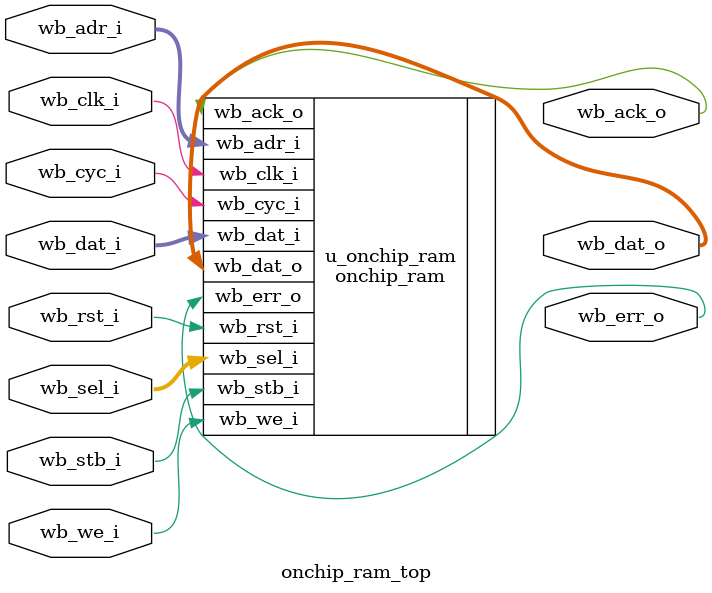
<source format=v>


`include "or1200_defines.v"
`include "timescale.v"
// synopsys translate_on

module onchip_ram_top (

	//
	// I/O Ports
	//
	input		wb_clk_i,
	input		wb_rst_i,

	//
	// WB slave i/f
	//
	input	[31:0]	wb_dat_i,
	output	[31:0]	wb_dat_o,
	input	[31:0]	wb_adr_i,
	input	[3:0]	wb_sel_i,
	input		wb_we_i,
	input		wb_cyc_i,
	input		wb_stb_i,
	output		wb_ack_o,
	output		wb_err_o
);

//
// Paraneters
//
parameter		AW = 11;	// RAM size = 2 kwords (8 kbytes)



onchip_ram u_onchip_ram (
	.wb_clk_i	( wb_clk_i ),
	.wb_rst_i	( wb_rst_i ),
	.wb_dat_i	( wb_dat_i ),
	.wb_dat_o	( wb_dat_o ),
	.wb_adr_i	( wb_adr_i ),
	.wb_sel_i	( wb_sel_i ),
	.wb_we_i	( wb_we_i  ),
	.wb_cyc_i	( wb_cyc_i ),
	.wb_stb_i	( wb_stb_i ),
	.wb_ack_o	( wb_ack_o ),
	.wb_err_o	( wb_err_o )
);

`ifdef OR1200_ALTERA_LPM
defparam
  // Initialize RAM with a boot loader.
  // Initialize internal RAM with program that copies another program from flash memory at address 0x90000
  // into DRAM at address 0x0, and then jumps to the reset address (0x100) in DRAM
  u_onchip_ram.altsyncram_component.init_file =  "../sw/loadRAM/loadRAM.intel.hex";
`endif 

endmodule

</source>
